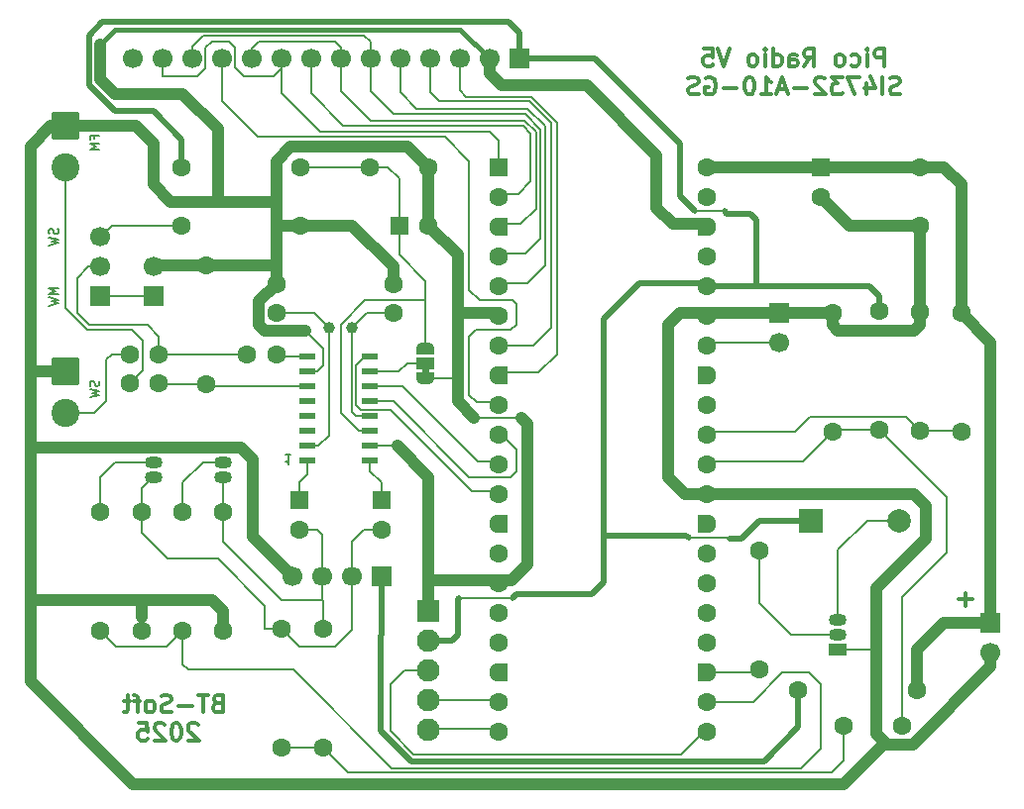
<source format=gbr>
%TF.GenerationSoftware,KiCad,Pcbnew,9.0.3*%
%TF.CreationDate,2025-08-11T18:10:46+02:00*%
%TF.ProjectId,pico-radio-5,7069636f-2d72-4616-9469-6f2d352e6b69,rev?*%
%TF.SameCoordinates,Original*%
%TF.FileFunction,Copper,L2,Bot*%
%TF.FilePolarity,Positive*%
%FSLAX46Y46*%
G04 Gerber Fmt 4.6, Leading zero omitted, Abs format (unit mm)*
G04 Created by KiCad (PCBNEW 9.0.3) date 2025-08-11 18:10:46*
%MOMM*%
%LPD*%
G01*
G04 APERTURE LIST*
G04 Aperture macros list*
%AMRoundRect*
0 Rectangle with rounded corners*
0 $1 Rounding radius*
0 $2 $3 $4 $5 $6 $7 $8 $9 X,Y pos of 4 corners*
0 Add a 4 corners polygon primitive as box body*
4,1,4,$2,$3,$4,$5,$6,$7,$8,$9,$2,$3,0*
0 Add four circle primitives for the rounded corners*
1,1,$1+$1,$2,$3*
1,1,$1+$1,$4,$5*
1,1,$1+$1,$6,$7*
1,1,$1+$1,$8,$9*
0 Add four rect primitives between the rounded corners*
20,1,$1+$1,$2,$3,$4,$5,0*
20,1,$1+$1,$4,$5,$6,$7,0*
20,1,$1+$1,$6,$7,$8,$9,0*
20,1,$1+$1,$8,$9,$2,$3,0*%
%AMFreePoly0*
4,1,37,0.603843,0.796157,0.639018,0.796157,0.711114,0.766294,0.766294,0.711114,0.796157,0.639018,0.796157,0.603843,0.800000,0.600000,0.800000,-0.600000,0.796157,-0.603843,0.796157,-0.639018,0.766294,-0.711114,0.711114,-0.766294,0.639018,-0.796157,0.603843,-0.796157,0.600000,-0.800000,0.000000,-0.800000,0.000000,-0.796148,-0.078414,-0.796148,-0.232228,-0.765552,-0.377117,-0.705537,
-0.507515,-0.618408,-0.618408,-0.507515,-0.705537,-0.377117,-0.765552,-0.232228,-0.796148,-0.078414,-0.796148,0.078414,-0.765552,0.232228,-0.705537,0.377117,-0.618408,0.507515,-0.507515,0.618408,-0.377117,0.705537,-0.232228,0.765552,-0.078414,0.796148,0.000000,0.796148,0.000000,0.800000,0.600000,0.800000,0.603843,0.796157,0.603843,0.796157,$1*%
%AMFreePoly1*
4,1,37,0.000000,0.796148,0.078414,0.796148,0.232228,0.765552,0.377117,0.705537,0.507515,0.618408,0.618408,0.507515,0.705537,0.377117,0.765552,0.232228,0.796148,0.078414,0.796148,-0.078414,0.765552,-0.232228,0.705537,-0.377117,0.618408,-0.507515,0.507515,-0.618408,0.377117,-0.705537,0.232228,-0.765552,0.078414,-0.796148,0.000000,-0.796148,0.000000,-0.800000,-0.600000,-0.800000,
-0.603843,-0.796157,-0.639018,-0.796157,-0.711114,-0.766294,-0.766294,-0.711114,-0.796157,-0.639018,-0.796157,-0.603843,-0.800000,-0.600000,-0.800000,0.600000,-0.796157,0.603843,-0.796157,0.639018,-0.766294,0.711114,-0.711114,0.766294,-0.639018,0.796157,-0.603843,0.796157,-0.600000,0.800000,0.000000,0.800000,0.000000,0.796148,0.000000,0.796148,$1*%
%AMFreePoly2*
4,1,23,0.550000,-0.750000,0.000000,-0.750000,0.000000,-0.745722,-0.065263,-0.745722,-0.191342,-0.711940,-0.304381,-0.646677,-0.396677,-0.554381,-0.461940,-0.441342,-0.495722,-0.315263,-0.495722,-0.250000,-0.500000,-0.250000,-0.500000,0.250000,-0.495722,0.250000,-0.495722,0.315263,-0.461940,0.441342,-0.396677,0.554381,-0.304381,0.646677,-0.191342,0.711940,-0.065263,0.745722,0.000000,0.745722,
0.000000,0.750000,0.550000,0.750000,0.550000,-0.750000,0.550000,-0.750000,$1*%
%AMFreePoly3*
4,1,23,0.000000,0.745722,0.065263,0.745722,0.191342,0.711940,0.304381,0.646677,0.396677,0.554381,0.461940,0.441342,0.495722,0.315263,0.495722,0.250000,0.500000,0.250000,0.500000,-0.250000,0.495722,-0.250000,0.495722,-0.315263,0.461940,-0.441342,0.396677,-0.554381,0.304381,-0.646677,0.191342,-0.711940,0.065263,-0.745722,0.000000,-0.745722,0.000000,-0.750000,-0.550000,-0.750000,
-0.550000,0.750000,0.000000,0.750000,0.000000,0.745722,0.000000,0.745722,$1*%
G04 Aperture macros list end*
%ADD10C,0.200000*%
%TA.AperFunction,NonConductor*%
%ADD11C,0.200000*%
%TD*%
%ADD12C,0.300000*%
%TA.AperFunction,NonConductor*%
%ADD13C,0.300000*%
%TD*%
%TA.AperFunction,EtchedComponent*%
%ADD14C,0.000000*%
%TD*%
%TA.AperFunction,ComponentPad*%
%ADD15R,1.500000X1.050000*%
%TD*%
%TA.AperFunction,ComponentPad*%
%ADD16O,1.500000X1.050000*%
%TD*%
%TA.AperFunction,ComponentPad*%
%ADD17C,1.600000*%
%TD*%
%TA.AperFunction,ComponentPad*%
%ADD18RoundRect,0.250000X-0.550000X-0.550000X0.550000X-0.550000X0.550000X0.550000X-0.550000X0.550000X0*%
%TD*%
%TA.AperFunction,ComponentPad*%
%ADD19R,1.700000X1.700000*%
%TD*%
%TA.AperFunction,ComponentPad*%
%ADD20C,1.700000*%
%TD*%
%TA.AperFunction,ComponentPad*%
%ADD21RoundRect,0.250000X-0.550000X0.550000X-0.550000X-0.550000X0.550000X-0.550000X0.550000X0.550000X0*%
%TD*%
%TA.AperFunction,ComponentPad*%
%ADD22RoundRect,0.250001X-0.949999X0.949999X-0.949999X-0.949999X0.949999X-0.949999X0.949999X0.949999X0*%
%TD*%
%TA.AperFunction,ComponentPad*%
%ADD23C,2.400000*%
%TD*%
%TA.AperFunction,ComponentPad*%
%ADD24C,1.000000*%
%TD*%
%TA.AperFunction,ComponentPad*%
%ADD25C,1.930400*%
%TD*%
%TA.AperFunction,ComponentPad*%
%ADD26R,1.930400X1.930400*%
%TD*%
%TA.AperFunction,ComponentPad*%
%ADD27RoundRect,0.200000X-0.600000X-0.600000X0.600000X-0.600000X0.600000X0.600000X-0.600000X0.600000X0*%
%TD*%
%TA.AperFunction,ComponentPad*%
%ADD28FreePoly0,0.000000*%
%TD*%
%TA.AperFunction,ComponentPad*%
%ADD29FreePoly1,0.000000*%
%TD*%
%TA.AperFunction,ComponentPad*%
%ADD30R,2.000000X2.000000*%
%TD*%
%TA.AperFunction,ComponentPad*%
%ADD31C,2.000000*%
%TD*%
%TA.AperFunction,SMDPad,CuDef*%
%ADD32R,1.397000X0.558800*%
%TD*%
%TA.AperFunction,SMDPad,CuDef*%
%ADD33FreePoly2,90.000000*%
%TD*%
%TA.AperFunction,SMDPad,CuDef*%
%ADD34R,1.500000X1.000000*%
%TD*%
%TA.AperFunction,SMDPad,CuDef*%
%ADD35FreePoly3,90.000000*%
%TD*%
%TA.AperFunction,Conductor*%
%ADD36C,0.200000*%
%TD*%
%TA.AperFunction,Conductor*%
%ADD37C,1.000000*%
%TD*%
%TA.AperFunction,Conductor*%
%ADD38C,0.500000*%
%TD*%
%TA.AperFunction,Conductor*%
%ADD39C,0.400000*%
%TD*%
G04 APERTURE END LIST*
D10*
D11*
X37853600Y-71783958D02*
X37891695Y-71898244D01*
X37891695Y-71898244D02*
X37891695Y-72088720D01*
X37891695Y-72088720D02*
X37853600Y-72164911D01*
X37853600Y-72164911D02*
X37815504Y-72203006D01*
X37815504Y-72203006D02*
X37739314Y-72241101D01*
X37739314Y-72241101D02*
X37663123Y-72241101D01*
X37663123Y-72241101D02*
X37586933Y-72203006D01*
X37586933Y-72203006D02*
X37548838Y-72164911D01*
X37548838Y-72164911D02*
X37510742Y-72088720D01*
X37510742Y-72088720D02*
X37472647Y-71936339D01*
X37472647Y-71936339D02*
X37434552Y-71860149D01*
X37434552Y-71860149D02*
X37396457Y-71822054D01*
X37396457Y-71822054D02*
X37320266Y-71783958D01*
X37320266Y-71783958D02*
X37244076Y-71783958D01*
X37244076Y-71783958D02*
X37167885Y-71822054D01*
X37167885Y-71822054D02*
X37129790Y-71860149D01*
X37129790Y-71860149D02*
X37091695Y-71936339D01*
X37091695Y-71936339D02*
X37091695Y-72126816D01*
X37091695Y-72126816D02*
X37129790Y-72241101D01*
X37091695Y-72507768D02*
X37891695Y-72698244D01*
X37891695Y-72698244D02*
X37320266Y-72850625D01*
X37320266Y-72850625D02*
X37891695Y-73003006D01*
X37891695Y-73003006D02*
X37091695Y-73193483D01*
D10*
D11*
X34353600Y-58783958D02*
X34391695Y-58898244D01*
X34391695Y-58898244D02*
X34391695Y-59088720D01*
X34391695Y-59088720D02*
X34353600Y-59164911D01*
X34353600Y-59164911D02*
X34315504Y-59203006D01*
X34315504Y-59203006D02*
X34239314Y-59241101D01*
X34239314Y-59241101D02*
X34163123Y-59241101D01*
X34163123Y-59241101D02*
X34086933Y-59203006D01*
X34086933Y-59203006D02*
X34048838Y-59164911D01*
X34048838Y-59164911D02*
X34010742Y-59088720D01*
X34010742Y-59088720D02*
X33972647Y-58936339D01*
X33972647Y-58936339D02*
X33934552Y-58860149D01*
X33934552Y-58860149D02*
X33896457Y-58822054D01*
X33896457Y-58822054D02*
X33820266Y-58783958D01*
X33820266Y-58783958D02*
X33744076Y-58783958D01*
X33744076Y-58783958D02*
X33667885Y-58822054D01*
X33667885Y-58822054D02*
X33629790Y-58860149D01*
X33629790Y-58860149D02*
X33591695Y-58936339D01*
X33591695Y-58936339D02*
X33591695Y-59126816D01*
X33591695Y-59126816D02*
X33629790Y-59241101D01*
X33591695Y-59507768D02*
X34391695Y-59698244D01*
X34391695Y-59698244D02*
X33820266Y-59850625D01*
X33820266Y-59850625D02*
X34391695Y-60003006D01*
X34391695Y-60003006D02*
X33591695Y-60193483D01*
D12*
D13*
X47964285Y-99350198D02*
X47749999Y-99421626D01*
X47749999Y-99421626D02*
X47678570Y-99493055D01*
X47678570Y-99493055D02*
X47607142Y-99635912D01*
X47607142Y-99635912D02*
X47607142Y-99850198D01*
X47607142Y-99850198D02*
X47678570Y-99993055D01*
X47678570Y-99993055D02*
X47749999Y-100064484D01*
X47749999Y-100064484D02*
X47892856Y-100135912D01*
X47892856Y-100135912D02*
X48464285Y-100135912D01*
X48464285Y-100135912D02*
X48464285Y-98635912D01*
X48464285Y-98635912D02*
X47964285Y-98635912D01*
X47964285Y-98635912D02*
X47821428Y-98707341D01*
X47821428Y-98707341D02*
X47749999Y-98778769D01*
X47749999Y-98778769D02*
X47678570Y-98921626D01*
X47678570Y-98921626D02*
X47678570Y-99064484D01*
X47678570Y-99064484D02*
X47749999Y-99207341D01*
X47749999Y-99207341D02*
X47821428Y-99278769D01*
X47821428Y-99278769D02*
X47964285Y-99350198D01*
X47964285Y-99350198D02*
X48464285Y-99350198D01*
X47178570Y-98635912D02*
X46321428Y-98635912D01*
X46749999Y-100135912D02*
X46749999Y-98635912D01*
X45821428Y-99564484D02*
X44678571Y-99564484D01*
X44035713Y-100064484D02*
X43821428Y-100135912D01*
X43821428Y-100135912D02*
X43464285Y-100135912D01*
X43464285Y-100135912D02*
X43321428Y-100064484D01*
X43321428Y-100064484D02*
X43249999Y-99993055D01*
X43249999Y-99993055D02*
X43178570Y-99850198D01*
X43178570Y-99850198D02*
X43178570Y-99707341D01*
X43178570Y-99707341D02*
X43249999Y-99564484D01*
X43249999Y-99564484D02*
X43321428Y-99493055D01*
X43321428Y-99493055D02*
X43464285Y-99421626D01*
X43464285Y-99421626D02*
X43749999Y-99350198D01*
X43749999Y-99350198D02*
X43892856Y-99278769D01*
X43892856Y-99278769D02*
X43964285Y-99207341D01*
X43964285Y-99207341D02*
X44035713Y-99064484D01*
X44035713Y-99064484D02*
X44035713Y-98921626D01*
X44035713Y-98921626D02*
X43964285Y-98778769D01*
X43964285Y-98778769D02*
X43892856Y-98707341D01*
X43892856Y-98707341D02*
X43749999Y-98635912D01*
X43749999Y-98635912D02*
X43392856Y-98635912D01*
X43392856Y-98635912D02*
X43178570Y-98707341D01*
X42321428Y-100135912D02*
X42464285Y-100064484D01*
X42464285Y-100064484D02*
X42535714Y-99993055D01*
X42535714Y-99993055D02*
X42607142Y-99850198D01*
X42607142Y-99850198D02*
X42607142Y-99421626D01*
X42607142Y-99421626D02*
X42535714Y-99278769D01*
X42535714Y-99278769D02*
X42464285Y-99207341D01*
X42464285Y-99207341D02*
X42321428Y-99135912D01*
X42321428Y-99135912D02*
X42107142Y-99135912D01*
X42107142Y-99135912D02*
X41964285Y-99207341D01*
X41964285Y-99207341D02*
X41892857Y-99278769D01*
X41892857Y-99278769D02*
X41821428Y-99421626D01*
X41821428Y-99421626D02*
X41821428Y-99850198D01*
X41821428Y-99850198D02*
X41892857Y-99993055D01*
X41892857Y-99993055D02*
X41964285Y-100064484D01*
X41964285Y-100064484D02*
X42107142Y-100135912D01*
X42107142Y-100135912D02*
X42321428Y-100135912D01*
X41392856Y-99135912D02*
X40821428Y-99135912D01*
X41178571Y-100135912D02*
X41178571Y-98850198D01*
X41178571Y-98850198D02*
X41107142Y-98707341D01*
X41107142Y-98707341D02*
X40964285Y-98635912D01*
X40964285Y-98635912D02*
X40821428Y-98635912D01*
X40535713Y-99135912D02*
X39964285Y-99135912D01*
X40321428Y-98635912D02*
X40321428Y-99921626D01*
X40321428Y-99921626D02*
X40249999Y-100064484D01*
X40249999Y-100064484D02*
X40107142Y-100135912D01*
X40107142Y-100135912D02*
X39964285Y-100135912D01*
X46321427Y-101193685D02*
X46249999Y-101122257D01*
X46249999Y-101122257D02*
X46107142Y-101050828D01*
X46107142Y-101050828D02*
X45749999Y-101050828D01*
X45749999Y-101050828D02*
X45607142Y-101122257D01*
X45607142Y-101122257D02*
X45535713Y-101193685D01*
X45535713Y-101193685D02*
X45464284Y-101336542D01*
X45464284Y-101336542D02*
X45464284Y-101479400D01*
X45464284Y-101479400D02*
X45535713Y-101693685D01*
X45535713Y-101693685D02*
X46392856Y-102550828D01*
X46392856Y-102550828D02*
X45464284Y-102550828D01*
X44535713Y-101050828D02*
X44392856Y-101050828D01*
X44392856Y-101050828D02*
X44249999Y-101122257D01*
X44249999Y-101122257D02*
X44178571Y-101193685D01*
X44178571Y-101193685D02*
X44107142Y-101336542D01*
X44107142Y-101336542D02*
X44035713Y-101622257D01*
X44035713Y-101622257D02*
X44035713Y-101979400D01*
X44035713Y-101979400D02*
X44107142Y-102265114D01*
X44107142Y-102265114D02*
X44178571Y-102407971D01*
X44178571Y-102407971D02*
X44249999Y-102479400D01*
X44249999Y-102479400D02*
X44392856Y-102550828D01*
X44392856Y-102550828D02*
X44535713Y-102550828D01*
X44535713Y-102550828D02*
X44678571Y-102479400D01*
X44678571Y-102479400D02*
X44749999Y-102407971D01*
X44749999Y-102407971D02*
X44821428Y-102265114D01*
X44821428Y-102265114D02*
X44892856Y-101979400D01*
X44892856Y-101979400D02*
X44892856Y-101622257D01*
X44892856Y-101622257D02*
X44821428Y-101336542D01*
X44821428Y-101336542D02*
X44749999Y-101193685D01*
X44749999Y-101193685D02*
X44678571Y-101122257D01*
X44678571Y-101122257D02*
X44535713Y-101050828D01*
X43464285Y-101193685D02*
X43392857Y-101122257D01*
X43392857Y-101122257D02*
X43250000Y-101050828D01*
X43250000Y-101050828D02*
X42892857Y-101050828D01*
X42892857Y-101050828D02*
X42750000Y-101122257D01*
X42750000Y-101122257D02*
X42678571Y-101193685D01*
X42678571Y-101193685D02*
X42607142Y-101336542D01*
X42607142Y-101336542D02*
X42607142Y-101479400D01*
X42607142Y-101479400D02*
X42678571Y-101693685D01*
X42678571Y-101693685D02*
X43535714Y-102550828D01*
X43535714Y-102550828D02*
X42607142Y-102550828D01*
X41250000Y-101050828D02*
X41964286Y-101050828D01*
X41964286Y-101050828D02*
X42035714Y-101765114D01*
X42035714Y-101765114D02*
X41964286Y-101693685D01*
X41964286Y-101693685D02*
X41821429Y-101622257D01*
X41821429Y-101622257D02*
X41464286Y-101622257D01*
X41464286Y-101622257D02*
X41321429Y-101693685D01*
X41321429Y-101693685D02*
X41250000Y-101765114D01*
X41250000Y-101765114D02*
X41178571Y-101907971D01*
X41178571Y-101907971D02*
X41178571Y-102265114D01*
X41178571Y-102265114D02*
X41250000Y-102407971D01*
X41250000Y-102407971D02*
X41321429Y-102479400D01*
X41321429Y-102479400D02*
X41464286Y-102550828D01*
X41464286Y-102550828D02*
X41821429Y-102550828D01*
X41821429Y-102550828D02*
X41964286Y-102479400D01*
X41964286Y-102479400D02*
X42035714Y-102407971D01*
D12*
D13*
X104964285Y-44885912D02*
X104964285Y-43385912D01*
X104964285Y-43385912D02*
X104392856Y-43385912D01*
X104392856Y-43385912D02*
X104249999Y-43457341D01*
X104249999Y-43457341D02*
X104178570Y-43528769D01*
X104178570Y-43528769D02*
X104107142Y-43671626D01*
X104107142Y-43671626D02*
X104107142Y-43885912D01*
X104107142Y-43885912D02*
X104178570Y-44028769D01*
X104178570Y-44028769D02*
X104249999Y-44100198D01*
X104249999Y-44100198D02*
X104392856Y-44171626D01*
X104392856Y-44171626D02*
X104964285Y-44171626D01*
X103464285Y-44885912D02*
X103464285Y-43885912D01*
X103464285Y-43385912D02*
X103535713Y-43457341D01*
X103535713Y-43457341D02*
X103464285Y-43528769D01*
X103464285Y-43528769D02*
X103392856Y-43457341D01*
X103392856Y-43457341D02*
X103464285Y-43385912D01*
X103464285Y-43385912D02*
X103464285Y-43528769D01*
X102107142Y-44814484D02*
X102249999Y-44885912D01*
X102249999Y-44885912D02*
X102535713Y-44885912D01*
X102535713Y-44885912D02*
X102678570Y-44814484D01*
X102678570Y-44814484D02*
X102749999Y-44743055D01*
X102749999Y-44743055D02*
X102821427Y-44600198D01*
X102821427Y-44600198D02*
X102821427Y-44171626D01*
X102821427Y-44171626D02*
X102749999Y-44028769D01*
X102749999Y-44028769D02*
X102678570Y-43957341D01*
X102678570Y-43957341D02*
X102535713Y-43885912D01*
X102535713Y-43885912D02*
X102249999Y-43885912D01*
X102249999Y-43885912D02*
X102107142Y-43957341D01*
X101249999Y-44885912D02*
X101392856Y-44814484D01*
X101392856Y-44814484D02*
X101464285Y-44743055D01*
X101464285Y-44743055D02*
X101535713Y-44600198D01*
X101535713Y-44600198D02*
X101535713Y-44171626D01*
X101535713Y-44171626D02*
X101464285Y-44028769D01*
X101464285Y-44028769D02*
X101392856Y-43957341D01*
X101392856Y-43957341D02*
X101249999Y-43885912D01*
X101249999Y-43885912D02*
X101035713Y-43885912D01*
X101035713Y-43885912D02*
X100892856Y-43957341D01*
X100892856Y-43957341D02*
X100821428Y-44028769D01*
X100821428Y-44028769D02*
X100749999Y-44171626D01*
X100749999Y-44171626D02*
X100749999Y-44600198D01*
X100749999Y-44600198D02*
X100821428Y-44743055D01*
X100821428Y-44743055D02*
X100892856Y-44814484D01*
X100892856Y-44814484D02*
X101035713Y-44885912D01*
X101035713Y-44885912D02*
X101249999Y-44885912D01*
X98107142Y-44885912D02*
X98607142Y-44171626D01*
X98964285Y-44885912D02*
X98964285Y-43385912D01*
X98964285Y-43385912D02*
X98392856Y-43385912D01*
X98392856Y-43385912D02*
X98249999Y-43457341D01*
X98249999Y-43457341D02*
X98178570Y-43528769D01*
X98178570Y-43528769D02*
X98107142Y-43671626D01*
X98107142Y-43671626D02*
X98107142Y-43885912D01*
X98107142Y-43885912D02*
X98178570Y-44028769D01*
X98178570Y-44028769D02*
X98249999Y-44100198D01*
X98249999Y-44100198D02*
X98392856Y-44171626D01*
X98392856Y-44171626D02*
X98964285Y-44171626D01*
X96821428Y-44885912D02*
X96821428Y-44100198D01*
X96821428Y-44100198D02*
X96892856Y-43957341D01*
X96892856Y-43957341D02*
X97035713Y-43885912D01*
X97035713Y-43885912D02*
X97321428Y-43885912D01*
X97321428Y-43885912D02*
X97464285Y-43957341D01*
X96821428Y-44814484D02*
X96964285Y-44885912D01*
X96964285Y-44885912D02*
X97321428Y-44885912D01*
X97321428Y-44885912D02*
X97464285Y-44814484D01*
X97464285Y-44814484D02*
X97535713Y-44671626D01*
X97535713Y-44671626D02*
X97535713Y-44528769D01*
X97535713Y-44528769D02*
X97464285Y-44385912D01*
X97464285Y-44385912D02*
X97321428Y-44314484D01*
X97321428Y-44314484D02*
X96964285Y-44314484D01*
X96964285Y-44314484D02*
X96821428Y-44243055D01*
X95464285Y-44885912D02*
X95464285Y-43385912D01*
X95464285Y-44814484D02*
X95607142Y-44885912D01*
X95607142Y-44885912D02*
X95892856Y-44885912D01*
X95892856Y-44885912D02*
X96035713Y-44814484D01*
X96035713Y-44814484D02*
X96107142Y-44743055D01*
X96107142Y-44743055D02*
X96178570Y-44600198D01*
X96178570Y-44600198D02*
X96178570Y-44171626D01*
X96178570Y-44171626D02*
X96107142Y-44028769D01*
X96107142Y-44028769D02*
X96035713Y-43957341D01*
X96035713Y-43957341D02*
X95892856Y-43885912D01*
X95892856Y-43885912D02*
X95607142Y-43885912D01*
X95607142Y-43885912D02*
X95464285Y-43957341D01*
X94749999Y-44885912D02*
X94749999Y-43885912D01*
X94749999Y-43385912D02*
X94821427Y-43457341D01*
X94821427Y-43457341D02*
X94749999Y-43528769D01*
X94749999Y-43528769D02*
X94678570Y-43457341D01*
X94678570Y-43457341D02*
X94749999Y-43385912D01*
X94749999Y-43385912D02*
X94749999Y-43528769D01*
X93821427Y-44885912D02*
X93964284Y-44814484D01*
X93964284Y-44814484D02*
X94035713Y-44743055D01*
X94035713Y-44743055D02*
X94107141Y-44600198D01*
X94107141Y-44600198D02*
X94107141Y-44171626D01*
X94107141Y-44171626D02*
X94035713Y-44028769D01*
X94035713Y-44028769D02*
X93964284Y-43957341D01*
X93964284Y-43957341D02*
X93821427Y-43885912D01*
X93821427Y-43885912D02*
X93607141Y-43885912D01*
X93607141Y-43885912D02*
X93464284Y-43957341D01*
X93464284Y-43957341D02*
X93392856Y-44028769D01*
X93392856Y-44028769D02*
X93321427Y-44171626D01*
X93321427Y-44171626D02*
X93321427Y-44600198D01*
X93321427Y-44600198D02*
X93392856Y-44743055D01*
X93392856Y-44743055D02*
X93464284Y-44814484D01*
X93464284Y-44814484D02*
X93607141Y-44885912D01*
X93607141Y-44885912D02*
X93821427Y-44885912D01*
X91749998Y-43385912D02*
X91249998Y-44885912D01*
X91249998Y-44885912D02*
X90749998Y-43385912D01*
X89535713Y-43385912D02*
X90249999Y-43385912D01*
X90249999Y-43385912D02*
X90321427Y-44100198D01*
X90321427Y-44100198D02*
X90249999Y-44028769D01*
X90249999Y-44028769D02*
X90107142Y-43957341D01*
X90107142Y-43957341D02*
X89749999Y-43957341D01*
X89749999Y-43957341D02*
X89607142Y-44028769D01*
X89607142Y-44028769D02*
X89535713Y-44100198D01*
X89535713Y-44100198D02*
X89464284Y-44243055D01*
X89464284Y-44243055D02*
X89464284Y-44600198D01*
X89464284Y-44600198D02*
X89535713Y-44743055D01*
X89535713Y-44743055D02*
X89607142Y-44814484D01*
X89607142Y-44814484D02*
X89749999Y-44885912D01*
X89749999Y-44885912D02*
X90107142Y-44885912D01*
X90107142Y-44885912D02*
X90249999Y-44814484D01*
X90249999Y-44814484D02*
X90321427Y-44743055D01*
X106285712Y-47229400D02*
X106071427Y-47300828D01*
X106071427Y-47300828D02*
X105714284Y-47300828D01*
X105714284Y-47300828D02*
X105571427Y-47229400D01*
X105571427Y-47229400D02*
X105499998Y-47157971D01*
X105499998Y-47157971D02*
X105428569Y-47015114D01*
X105428569Y-47015114D02*
X105428569Y-46872257D01*
X105428569Y-46872257D02*
X105499998Y-46729400D01*
X105499998Y-46729400D02*
X105571427Y-46657971D01*
X105571427Y-46657971D02*
X105714284Y-46586542D01*
X105714284Y-46586542D02*
X105999998Y-46515114D01*
X105999998Y-46515114D02*
X106142855Y-46443685D01*
X106142855Y-46443685D02*
X106214284Y-46372257D01*
X106214284Y-46372257D02*
X106285712Y-46229400D01*
X106285712Y-46229400D02*
X106285712Y-46086542D01*
X106285712Y-46086542D02*
X106214284Y-45943685D01*
X106214284Y-45943685D02*
X106142855Y-45872257D01*
X106142855Y-45872257D02*
X105999998Y-45800828D01*
X105999998Y-45800828D02*
X105642855Y-45800828D01*
X105642855Y-45800828D02*
X105428569Y-45872257D01*
X104785713Y-47300828D02*
X104785713Y-45800828D01*
X103428570Y-46300828D02*
X103428570Y-47300828D01*
X103785712Y-45729400D02*
X104142855Y-46800828D01*
X104142855Y-46800828D02*
X103214284Y-46800828D01*
X102785713Y-45800828D02*
X101785713Y-45800828D01*
X101785713Y-45800828D02*
X102428570Y-47300828D01*
X101357142Y-45800828D02*
X100428570Y-45800828D01*
X100428570Y-45800828D02*
X100928570Y-46372257D01*
X100928570Y-46372257D02*
X100714285Y-46372257D01*
X100714285Y-46372257D02*
X100571428Y-46443685D01*
X100571428Y-46443685D02*
X100499999Y-46515114D01*
X100499999Y-46515114D02*
X100428570Y-46657971D01*
X100428570Y-46657971D02*
X100428570Y-47015114D01*
X100428570Y-47015114D02*
X100499999Y-47157971D01*
X100499999Y-47157971D02*
X100571428Y-47229400D01*
X100571428Y-47229400D02*
X100714285Y-47300828D01*
X100714285Y-47300828D02*
X101142856Y-47300828D01*
X101142856Y-47300828D02*
X101285713Y-47229400D01*
X101285713Y-47229400D02*
X101357142Y-47157971D01*
X99857142Y-45943685D02*
X99785714Y-45872257D01*
X99785714Y-45872257D02*
X99642857Y-45800828D01*
X99642857Y-45800828D02*
X99285714Y-45800828D01*
X99285714Y-45800828D02*
X99142857Y-45872257D01*
X99142857Y-45872257D02*
X99071428Y-45943685D01*
X99071428Y-45943685D02*
X98999999Y-46086542D01*
X98999999Y-46086542D02*
X98999999Y-46229400D01*
X98999999Y-46229400D02*
X99071428Y-46443685D01*
X99071428Y-46443685D02*
X99928571Y-47300828D01*
X99928571Y-47300828D02*
X98999999Y-47300828D01*
X98357143Y-46729400D02*
X97214286Y-46729400D01*
X96571428Y-46872257D02*
X95857143Y-46872257D01*
X96714285Y-47300828D02*
X96214285Y-45800828D01*
X96214285Y-45800828D02*
X95714285Y-47300828D01*
X94428571Y-47300828D02*
X95285714Y-47300828D01*
X94857143Y-47300828D02*
X94857143Y-45800828D01*
X94857143Y-45800828D02*
X95000000Y-46015114D01*
X95000000Y-46015114D02*
X95142857Y-46157971D01*
X95142857Y-46157971D02*
X95285714Y-46229400D01*
X93500000Y-45800828D02*
X93357143Y-45800828D01*
X93357143Y-45800828D02*
X93214286Y-45872257D01*
X93214286Y-45872257D02*
X93142858Y-45943685D01*
X93142858Y-45943685D02*
X93071429Y-46086542D01*
X93071429Y-46086542D02*
X93000000Y-46372257D01*
X93000000Y-46372257D02*
X93000000Y-46729400D01*
X93000000Y-46729400D02*
X93071429Y-47015114D01*
X93071429Y-47015114D02*
X93142858Y-47157971D01*
X93142858Y-47157971D02*
X93214286Y-47229400D01*
X93214286Y-47229400D02*
X93357143Y-47300828D01*
X93357143Y-47300828D02*
X93500000Y-47300828D01*
X93500000Y-47300828D02*
X93642858Y-47229400D01*
X93642858Y-47229400D02*
X93714286Y-47157971D01*
X93714286Y-47157971D02*
X93785715Y-47015114D01*
X93785715Y-47015114D02*
X93857143Y-46729400D01*
X93857143Y-46729400D02*
X93857143Y-46372257D01*
X93857143Y-46372257D02*
X93785715Y-46086542D01*
X93785715Y-46086542D02*
X93714286Y-45943685D01*
X93714286Y-45943685D02*
X93642858Y-45872257D01*
X93642858Y-45872257D02*
X93500000Y-45800828D01*
X92357144Y-46729400D02*
X91214287Y-46729400D01*
X89714286Y-45872257D02*
X89857144Y-45800828D01*
X89857144Y-45800828D02*
X90071429Y-45800828D01*
X90071429Y-45800828D02*
X90285715Y-45872257D01*
X90285715Y-45872257D02*
X90428572Y-46015114D01*
X90428572Y-46015114D02*
X90500001Y-46157971D01*
X90500001Y-46157971D02*
X90571429Y-46443685D01*
X90571429Y-46443685D02*
X90571429Y-46657971D01*
X90571429Y-46657971D02*
X90500001Y-46943685D01*
X90500001Y-46943685D02*
X90428572Y-47086542D01*
X90428572Y-47086542D02*
X90285715Y-47229400D01*
X90285715Y-47229400D02*
X90071429Y-47300828D01*
X90071429Y-47300828D02*
X89928572Y-47300828D01*
X89928572Y-47300828D02*
X89714286Y-47229400D01*
X89714286Y-47229400D02*
X89642858Y-47157971D01*
X89642858Y-47157971D02*
X89642858Y-46657971D01*
X89642858Y-46657971D02*
X89928572Y-46657971D01*
X89071429Y-47229400D02*
X88857144Y-47300828D01*
X88857144Y-47300828D02*
X88500001Y-47300828D01*
X88500001Y-47300828D02*
X88357144Y-47229400D01*
X88357144Y-47229400D02*
X88285715Y-47157971D01*
X88285715Y-47157971D02*
X88214286Y-47015114D01*
X88214286Y-47015114D02*
X88214286Y-46872257D01*
X88214286Y-46872257D02*
X88285715Y-46729400D01*
X88285715Y-46729400D02*
X88357144Y-46657971D01*
X88357144Y-46657971D02*
X88500001Y-46586542D01*
X88500001Y-46586542D02*
X88785715Y-46515114D01*
X88785715Y-46515114D02*
X88928572Y-46443685D01*
X88928572Y-46443685D02*
X89000001Y-46372257D01*
X89000001Y-46372257D02*
X89071429Y-46229400D01*
X89071429Y-46229400D02*
X89071429Y-46086542D01*
X89071429Y-46086542D02*
X89000001Y-45943685D01*
X89000001Y-45943685D02*
X88928572Y-45872257D01*
X88928572Y-45872257D02*
X88785715Y-45800828D01*
X88785715Y-45800828D02*
X88428572Y-45800828D01*
X88428572Y-45800828D02*
X88214286Y-45872257D01*
D12*
D13*
X112445489Y-90479400D02*
X111302632Y-90479400D01*
X111874060Y-91050828D02*
X111874060Y-89907971D01*
D10*
D11*
X34391695Y-63822054D02*
X33591695Y-63822054D01*
X33591695Y-63822054D02*
X34163123Y-64088720D01*
X34163123Y-64088720D02*
X33591695Y-64355387D01*
X33591695Y-64355387D02*
X34391695Y-64355387D01*
X33591695Y-64660149D02*
X34391695Y-64850625D01*
X34391695Y-64850625D02*
X33820266Y-65003006D01*
X33820266Y-65003006D02*
X34391695Y-65155387D01*
X34391695Y-65155387D02*
X33591695Y-65345864D01*
D10*
D11*
X54241101Y-78108304D02*
X53783958Y-78108304D01*
X54012530Y-78108304D02*
X54012530Y-78908304D01*
X54012530Y-78908304D02*
X53936339Y-78794019D01*
X53936339Y-78794019D02*
X53860149Y-78717828D01*
X53860149Y-78717828D02*
X53783958Y-78679733D01*
D10*
D11*
X37472647Y-51088720D02*
X37472647Y-50822054D01*
X37891695Y-50822054D02*
X37091695Y-50822054D01*
X37091695Y-50822054D02*
X37091695Y-51203006D01*
X37891695Y-51507768D02*
X37091695Y-51507768D01*
X37091695Y-51507768D02*
X37663123Y-51774434D01*
X37663123Y-51774434D02*
X37091695Y-52041101D01*
X37091695Y-52041101D02*
X37891695Y-52041101D01*
D14*
%TA.AperFunction,EtchedComponent*%
%TO.C,JP1*%
G36*
X66050000Y-71200000D02*
G01*
X65450000Y-71200000D01*
X65450000Y-70700000D01*
X66050000Y-70700000D01*
X66050000Y-71200000D01*
G37*
%TD.AperFunction*%
%TD*%
D15*
%TO.P,Q3,1,E*%
%TO.N,GND*%
X101000000Y-94770000D03*
D16*
%TO.P,Q3,2,B*%
%TO.N,Net-(Q3-B)*%
X101000000Y-93500000D03*
%TO.P,Q3,3,C*%
%TO.N,Net-(BZ1--)*%
X101000000Y-92230000D03*
%TD*%
D17*
%TO.P,L1,1,1*%
%TO.N,Net-(JP1-B)*%
X55080000Y-53500000D03*
%TO.P,L1,2,2*%
%TO.N,+3.3V*%
X44920000Y-53500000D03*
%TD*%
%TO.P,C9,1*%
%TO.N,GND*%
X66000000Y-53500000D03*
%TO.P,C9,2*%
%TO.N,Net-(JP1-B)*%
X61000000Y-53500000D03*
%TD*%
D18*
%TO.P,C8,1*%
%TO.N,Net-(JP1-B)*%
X63500000Y-58500000D03*
D17*
%TO.P,C8,2*%
%TO.N,GND*%
X66000000Y-58500000D03*
%TD*%
D19*
%TO.P,SW1,1,1*%
%TO.N,GND*%
X96000000Y-66000000D03*
D20*
%TO.P,SW1,2,2*%
%TO.N,Net-(A1-RUN)*%
X96000000Y-68540000D03*
%TD*%
D19*
%TO.P,J2,1,Pin_1*%
%TO.N,Net-(J2-Pin_1)*%
X38000000Y-64580000D03*
D20*
%TO.P,J2,2,Pin_2*%
%TO.N,Net-(J2-Pin_2)*%
X38000000Y-62040000D03*
%TO.P,J2,3,Pin_3*%
%TO.N,Net-(J2-Pin_3)*%
X38000000Y-59500000D03*
%TD*%
D17*
%TO.P,R3,1*%
%TO.N,AUDIO_R*%
X53500000Y-93000000D03*
%TO.P,R3,2*%
%TO.N,Net-(C3-Pad1)*%
X53500000Y-103160000D03*
%TD*%
D21*
%TO.P,C7,1*%
%TO.N,+Vbus*%
X99500000Y-53544888D03*
D17*
%TO.P,C7,2*%
%TO.N,GND*%
X99500000Y-56044888D03*
%TD*%
%TO.P,L2,1,1*%
%TO.N,GND*%
X47000000Y-61920000D03*
%TO.P,L2,2,2*%
%TO.N,Net-(U1-FMI)*%
X47000000Y-72080000D03*
%TD*%
%TO.P,R4,1*%
%TO.N,AUDIO_L*%
X57000000Y-93000000D03*
%TO.P,R4,2*%
%TO.N,Net-(C3-Pad1)*%
X57000000Y-103160000D03*
%TD*%
%TO.P,JP2,1,A*%
%TO.N,Net-(J1-Pin_1)*%
X97590000Y-98250000D03*
%TO.P,JP2,2,B*%
%TO.N,+Vbus*%
X107750000Y-98250000D03*
%TD*%
%TO.P,R7,1*%
%TO.N,AUDIO_MUTE*%
X38000000Y-93160000D03*
%TO.P,R7,2*%
%TO.N,Net-(Q1-B)*%
X38000000Y-83000000D03*
%TD*%
%TO.P,C2,1*%
%TO.N,GND*%
X63000000Y-63500000D03*
%TO.P,C2,2*%
%TO.N,Net-(U1-RCLK)*%
X63000000Y-66000000D03*
%TD*%
%TO.P,R10,1*%
%TO.N,GND*%
X48500000Y-93160000D03*
%TO.P,R10,2*%
%TO.N,AUDIO_L*%
X48500000Y-83000000D03*
%TD*%
%TO.P,C6,1*%
%TO.N,+Vbus*%
X108000000Y-53500000D03*
%TO.P,C6,2*%
%TO.N,GND*%
X108000000Y-58500000D03*
%TD*%
D19*
%TO.P,U2,1,VCC*%
%TO.N,+3.3V*%
X73750000Y-44250000D03*
D20*
%TO.P,U2,2,GND*%
%TO.N,GND*%
X71210000Y-44250000D03*
%TO.P,U2,3,CS*%
%TO.N,/CS*%
X68670000Y-44250000D03*
%TO.P,U2,4,RESET*%
%TO.N,/RST*%
X66130000Y-44250000D03*
%TO.P,U2,5,DC/RS*%
%TO.N,/DC*%
X63590000Y-44250000D03*
%TO.P,U2,6,SDI/MOSI*%
%TO.N,/SDI*%
X61050000Y-44250000D03*
%TO.P,U2,7,SCK*%
%TO.N,/SCK*%
X58510000Y-44250000D03*
%TO.P,U2,8,LED*%
%TO.N,/LED*%
X55970000Y-44250000D03*
%TO.P,U2,9,SDO/MISO*%
%TO.N,/SDO*%
X53430000Y-44250000D03*
%TO.P,U2,10,T_CLK*%
%TO.N,/SCK*%
X50890000Y-44250000D03*
%TO.P,U2,11,T_CS*%
%TO.N,/T_CS*%
X48350000Y-44250000D03*
%TO.P,U2,12,T_DIN*%
%TO.N,/SDI*%
X45810000Y-44250000D03*
%TO.P,U2,13,T_DO*%
%TO.N,/SDO*%
X43270000Y-44250000D03*
%TO.P,U2,14,T_IRQ*%
%TO.N,unconnected-(U2-T_IRQ-Pad14)*%
X40730000Y-44250000D03*
%TD*%
D22*
%TO.P,J3,1,Pin_1*%
%TO.N,GND*%
X35000000Y-50000000D03*
D23*
%TO.P,J3,2,Pin_2*%
%TO.N,Net-(J3-Pin_2)*%
X35000000Y-53500000D03*
%TD*%
D17*
%TO.P,R11,1*%
%TO.N,BUZZER*%
X94250000Y-96500000D03*
%TO.P,R11,2*%
%TO.N,Net-(Q3-B)*%
X94250000Y-86340000D03*
%TD*%
%TO.P,R9,1*%
%TO.N,GND*%
X41500000Y-93160000D03*
%TO.P,R9,2*%
%TO.N,AUDIO_R*%
X41500000Y-83000000D03*
%TD*%
D15*
%TO.P,Q1,1,E*%
%TO.N,GND*%
X42500000Y-77500000D03*
D16*
%TO.P,Q1,2,B*%
%TO.N,Net-(Q1-B)*%
X42500000Y-78770000D03*
%TO.P,Q1,3,C*%
%TO.N,AUDIO_R*%
X42500000Y-80040000D03*
%TD*%
D19*
%TO.P,J1,1,Pin_1*%
%TO.N,Net-(J1-Pin_1)*%
X62000000Y-88500000D03*
D20*
%TO.P,J1,2,Pin_2*%
%TO.N,AUDIO_R*%
X59460000Y-88500000D03*
%TO.P,J1,3,Pin_3*%
%TO.N,AUDIO_L*%
X56920000Y-88500000D03*
%TO.P,J1,4,Pin_4*%
%TO.N,GND*%
X54380000Y-88500000D03*
%TD*%
D24*
%TO.P,Y1,1,1*%
%TO.N,Net-(U1-RCLK)*%
X59450000Y-67255000D03*
%TO.P,Y1,2,2*%
%TO.N,Net-(U1-GPO3{slash}DCLK)*%
X57550000Y-67255000D03*
%TD*%
D17*
%TO.P,R8,1*%
%TO.N,AUDIO_MUTE*%
X45000000Y-93160000D03*
%TO.P,R8,2*%
%TO.N,Net-(Q2-B)*%
X45000000Y-83000000D03*
%TD*%
D19*
%TO.P,J5,1,Pin_1*%
%TO.N,+Vbus*%
X114000000Y-92500000D03*
D20*
%TO.P,J5,2,Pin_2*%
%TO.N,GND*%
X114000000Y-95040000D03*
%TD*%
D17*
%TO.P,C12,1*%
%TO.N,Net-(U1-AMI)*%
X53000000Y-69500000D03*
%TO.P,C12,2*%
%TO.N,Net-(J2-Pin_2)*%
X50500000Y-69500000D03*
%TD*%
D19*
%TO.P,L4,1,1*%
%TO.N,Net-(J2-Pin_1)*%
X42500000Y-64540000D03*
D20*
%TO.P,L4,2,2*%
%TO.N,GND*%
X42500000Y-62000000D03*
%TD*%
D17*
%TO.P,R5,1*%
%TO.N,AD_FFT_AUDIO*%
X104500000Y-76000000D03*
%TO.P,R5,2*%
%TO.N,+3.3V*%
X104500000Y-65840000D03*
%TD*%
%TO.P,L3,1,1*%
%TO.N,Net-(J2-Pin_3)*%
X44920000Y-58500000D03*
%TO.P,L3,2,2*%
%TO.N,GND*%
X55080000Y-58500000D03*
%TD*%
D22*
%TO.P,J4,1,Pin_1*%
%TO.N,GND*%
X35000000Y-71000000D03*
D23*
%TO.P,J4,2,Pin_2*%
%TO.N,Net-(J4-Pin_2)*%
X35000000Y-74500000D03*
%TD*%
D15*
%TO.P,Q2,1,E*%
%TO.N,GND*%
X48500000Y-77500000D03*
D16*
%TO.P,Q2,2,B*%
%TO.N,Net-(Q2-B)*%
X48500000Y-78770000D03*
%TO.P,Q2,3,C*%
%TO.N,AUDIO_L*%
X48500000Y-80040000D03*
%TD*%
D17*
%TO.P,R6,1*%
%TO.N,GND*%
X100500000Y-66000000D03*
%TO.P,R6,2*%
%TO.N,AD_FFT_AUDIO*%
X100500000Y-76160000D03*
%TD*%
D21*
%TO.P,C5,1*%
%TO.N,Net-(U1-LOUT{slash}DFS)*%
X55000000Y-82000000D03*
D17*
%TO.P,C5,2*%
%TO.N,AUDIO_L*%
X55000000Y-84500000D03*
%TD*%
%TO.P,C1,1*%
%TO.N,Net-(U1-GPO3{slash}DCLK)*%
X53000000Y-66000000D03*
%TO.P,C1,2*%
%TO.N,GND*%
X53000000Y-63500000D03*
%TD*%
D25*
%TO.P,U3,CLK,CLK*%
%TO.N,ROT_CLK*%
X66000000Y-101620000D03*
%TO.P,U3,DT,DT*%
%TO.N,ROT_DT*%
X66000000Y-99080000D03*
D26*
%TO.P,U3,GND,GND*%
%TO.N,GND*%
X66000000Y-91460000D03*
D25*
%TO.P,U3,SW,SW*%
%TO.N,ROT_SW*%
X66000000Y-96540000D03*
%TO.P,U3,VCC,VCC*%
%TO.N,+3.3V*%
X66000000Y-94000000D03*
%TD*%
D17*
%TO.P,R1,1*%
%TO.N,+Vbus*%
X111500000Y-66000000D03*
%TO.P,R1,2*%
%TO.N,Net-(A1-GPIO27_ADC1)*%
X111500000Y-76160000D03*
%TD*%
D27*
%TO.P,A1,1,GPIO0*%
%TO.N,/SDO*%
X72000000Y-53500000D03*
D17*
%TO.P,A1,2,GPIO1*%
%TO.N,/LED*%
X72000000Y-56040000D03*
D28*
%TO.P,A1,3,GPIO2*%
%TO.N,/SCK*%
X72000000Y-58580000D03*
D17*
%TO.P,A1,4,GPIO3*%
%TO.N,/SDI*%
X72000000Y-61120000D03*
%TO.P,A1,5,GPIO4*%
%TO.N,/DC*%
X72000000Y-63660000D03*
%TO.P,A1,6,GND*%
%TO.N,GND*%
X72000000Y-66200000D03*
%TO.P,A1,7,GPIO5*%
%TO.N,/RST*%
X72000000Y-68740000D03*
D28*
%TO.P,A1,8,GPIO6*%
%TO.N,/CS*%
X72000000Y-71280000D03*
D17*
%TO.P,A1,9,GPIO7*%
%TO.N,/T_CS*%
X72000000Y-73820000D03*
%TO.P,A1,10,GPIO8*%
%TO.N,/Si_SDA*%
X72000000Y-76360000D03*
%TO.P,A1,11,GPIO9*%
%TO.N,/Si_SCL*%
X72000000Y-78900000D03*
%TO.P,A1,12,GPIO10*%
%TO.N,/Si_RST*%
X72000000Y-81440000D03*
D28*
%TO.P,A1,13,GPIO11*%
%TO.N,unconnected-(A1-GPIO11-Pad13)*%
X72000000Y-83980000D03*
D17*
%TO.P,A1,14,GPIO12*%
%TO.N,unconnected-(A1-GPIO12-Pad14)*%
X72000000Y-86520000D03*
%TO.P,A1,15,GND*%
%TO.N,GND*%
X72000000Y-89060000D03*
%TO.P,A1,16,GPIO13*%
%TO.N,unconnected-(A1-GPIO13-Pad16)*%
X72000000Y-91600000D03*
%TO.P,A1,17,GPIO14*%
%TO.N,unconnected-(A1-GPIO14-Pad17)*%
X72000000Y-94140000D03*
D28*
%TO.P,A1,18,GPIO15*%
%TO.N,unconnected-(A1-GPIO15-Pad18)*%
X72000000Y-96680000D03*
D17*
%TO.P,A1,19,GPIO16*%
%TO.N,ROT_DT*%
X72000000Y-99220000D03*
%TO.P,A1,20,GPIO17*%
%TO.N,ROT_CLK*%
X72000000Y-101760000D03*
%TO.P,A1,21,GPIO18*%
%TO.N,ROT_SW*%
X89780000Y-101760000D03*
%TO.P,A1,22,GPIO19*%
%TO.N,AUDIO_MUTE*%
X89780000Y-99220000D03*
D29*
%TO.P,A1,23,GPIO20*%
%TO.N,BUZZER*%
X89780000Y-96680000D03*
D17*
%TO.P,A1,24,GPIO21*%
%TO.N,unconnected-(A1-GPIO21-Pad24)*%
X89780000Y-94140000D03*
%TO.P,A1,25,GPIO22*%
%TO.N,unconnected-(A1-GPIO22-Pad25)*%
X89780000Y-91600000D03*
%TO.P,A1,26,GPIO23*%
%TO.N,unconnected-(A1-GPIO23-Pad26)*%
X89780000Y-89060000D03*
%TO.P,A1,27,GPIO24*%
%TO.N,unconnected-(A1-GPIO24-Pad27)*%
X89780000Y-86520000D03*
D29*
%TO.P,A1,28,GPIO25*%
%TO.N,unconnected-(A1-GPIO25-Pad28)*%
X89780000Y-83980000D03*
D17*
%TO.P,A1,29,AGND*%
%TO.N,GND*%
X89780000Y-81440000D03*
%TO.P,A1,30,GPIO26_ADC0*%
%TO.N,AD_FFT_AUDIO*%
X89780000Y-78900000D03*
%TO.P,A1,31,GPIO27_ADC1*%
%TO.N,Net-(A1-GPIO27_ADC1)*%
X89780000Y-76360000D03*
%TO.P,A1,32,GPIO28_ADC2*%
%TO.N,unconnected-(A1-GPIO28_ADC2-Pad32)*%
X89780000Y-73820000D03*
D29*
%TO.P,A1,33,GPIO29_ADC3*%
%TO.N,unconnected-(A1-GPIO29_ADC3-Pad33)*%
X89780000Y-71280000D03*
D17*
%TO.P,A1,34,RUN*%
%TO.N,Net-(A1-RUN)*%
X89780000Y-68740000D03*
%TO.P,A1,35,GND*%
%TO.N,GND*%
X89780000Y-66200000D03*
%TO.P,A1,36,3V3*%
%TO.N,+3.3V*%
X89780000Y-63660000D03*
%TO.P,A1,37,3V3_EN*%
%TO.N,unconnected-(A1-3V3_EN-Pad37)*%
X89780000Y-61120000D03*
D29*
%TO.P,A1,38,GND*%
%TO.N,GND*%
X89780000Y-58580000D03*
D17*
%TO.P,A1,39,VSYS*%
%TO.N,+Vsys*%
X89780000Y-56040000D03*
%TO.P,A1,40,VBUS*%
%TO.N,+Vbus*%
X89780000Y-53500000D03*
%TD*%
%TO.P,C11,1*%
%TO.N,Net-(J4-Pin_2)*%
X40500000Y-69500000D03*
%TO.P,C11,2*%
%TO.N,Net-(J2-Pin_2)*%
X43000000Y-69500000D03*
%TD*%
D30*
%TO.P,BZ1,1,+*%
%TO.N,+3.3V*%
X98650000Y-83750000D03*
D31*
%TO.P,BZ1,2,-*%
%TO.N,Net-(BZ1--)*%
X106250000Y-83750000D03*
%TD*%
D21*
%TO.P,C4,1*%
%TO.N,Net-(U1-ROUT{slash}DOUT)*%
X62000000Y-82000000D03*
D17*
%TO.P,C4,2*%
%TO.N,AUDIO_R*%
X62000000Y-84500000D03*
%TD*%
%TO.P,C3,1*%
%TO.N,Net-(C3-Pad1)*%
X101500000Y-101250000D03*
%TO.P,C3,2*%
%TO.N,AD_FFT_AUDIO*%
X106500000Y-101250000D03*
%TD*%
%TO.P,C10,1*%
%TO.N,Net-(U1-FMI)*%
X43000000Y-72000000D03*
%TO.P,C10,2*%
%TO.N,Net-(J3-Pin_2)*%
X40500000Y-72000000D03*
%TD*%
%TO.P,R2,1*%
%TO.N,Net-(A1-GPIO27_ADC1)*%
X108000000Y-76080000D03*
%TO.P,R2,2*%
%TO.N,GND*%
X108000000Y-65920000D03*
%TD*%
D32*
%TO.P,U1,1,LOUT/DFS*%
%TO.N,Net-(U1-LOUT{slash}DFS)*%
X55691400Y-78635000D03*
%TO.P,U1,2,GPO3/DCLK*%
%TO.N,Net-(U1-GPO3{slash}DCLK)*%
X55691400Y-77365000D03*
%TO.P,U1,3,GPO2/INTB*%
%TO.N,unconnected-(U1-GPO2{slash}INTB-Pad3)*%
X55691400Y-76095000D03*
%TO.P,U1,4,GPO1*%
%TO.N,unconnected-(U1-GPO1-Pad4)*%
X55691400Y-74825000D03*
%TO.P,U1,5,NC*%
%TO.N,unconnected-(U1-NC-Pad5)*%
X55691400Y-73555000D03*
%TO.P,U1,6,FMI*%
%TO.N,Net-(U1-FMI)*%
X55691400Y-72285000D03*
%TO.P,U1,7,RFGND*%
%TO.N,GND*%
X55691400Y-71015000D03*
%TO.P,U1,8,AMI*%
%TO.N,Net-(U1-AMI)*%
X55691400Y-69745000D03*
%TO.P,U1,9,\u002ARST*%
%TO.N,/Si_RST*%
X61000000Y-69745000D03*
%TO.P,U1,10,SENB*%
%TO.N,Net-(JP1-C)*%
X61000000Y-71015000D03*
%TO.P,U1,11,SCLK*%
%TO.N,/Si_SCL*%
X61000000Y-72285000D03*
%TO.P,U1,12,SDIO*%
%TO.N,/Si_SDA*%
X61000000Y-73555000D03*
%TO.P,U1,13,RCLK*%
%TO.N,Net-(U1-RCLK)*%
X61000000Y-74825000D03*
%TO.P,U1,14,VDD*%
%TO.N,Net-(JP1-B)*%
X61000000Y-76095000D03*
%TO.P,U1,15,GND*%
%TO.N,GND*%
X61000000Y-77365000D03*
%TO.P,U1,16,ROUT/DOUT*%
%TO.N,Net-(U1-ROUT{slash}DOUT)*%
X61000000Y-78635000D03*
%TD*%
D33*
%TO.P,JP1,1,A*%
%TO.N,GND*%
X65750000Y-71600000D03*
D34*
%TO.P,JP1,2,C*%
%TO.N,Net-(JP1-C)*%
X65750000Y-70300000D03*
D35*
%TO.P,JP1,3,B*%
%TO.N,Net-(JP1-B)*%
X65750000Y-69000000D03*
%TD*%
D36*
%TO.N,Net-(J3-Pin_2)*%
X35000000Y-65567100D02*
X35000000Y-53500000D01*
X40651000Y-67401000D02*
X36833900Y-67401000D01*
X36833900Y-67401000D02*
X35000000Y-65567100D01*
X41601000Y-68351000D02*
X40651000Y-67401000D01*
X41601000Y-70899000D02*
X41601000Y-68351000D01*
X40500000Y-72000000D02*
X41601000Y-70899000D01*
%TO.N,AUDIO_R*%
X52000000Y-91000000D02*
X52000000Y-93000000D01*
X48000000Y-87000000D02*
X52000000Y-91000000D01*
X41500000Y-84750000D02*
X43750000Y-87000000D01*
X41500000Y-83000000D02*
X41500000Y-84750000D01*
X43750000Y-87000000D02*
X48000000Y-87000000D01*
X52000000Y-93000000D02*
X53500000Y-93000000D01*
D37*
%TO.N,GND*%
X101955112Y-58500000D02*
X99500000Y-56044888D01*
X108000000Y-58500000D02*
X101955112Y-58500000D01*
X108000000Y-65920000D02*
X108000000Y-58500000D01*
%TO.N,+Vbus*%
X110000000Y-53500000D02*
X111500000Y-55000000D01*
X108000000Y-53500000D02*
X110000000Y-53500000D01*
D36*
X107955112Y-53544888D02*
X108000000Y-53500000D01*
D37*
X99500000Y-53544888D02*
X107955112Y-53544888D01*
D36*
X89824888Y-53544888D02*
X89780000Y-53500000D01*
D37*
X99500000Y-53544888D02*
X89824888Y-53544888D01*
D38*
%TO.N,+3.3V*%
X89780000Y-63660000D02*
X103660000Y-63660000D01*
X73750000Y-42000000D02*
X72849000Y-41099000D01*
X98650000Y-83750000D02*
X94250000Y-83750000D01*
X88000000Y-85000000D02*
X81000000Y-85000000D01*
X80250000Y-44250000D02*
X73750000Y-44250000D01*
X68500000Y-90500000D02*
X68500000Y-93500000D01*
X81000000Y-85000000D02*
X81000000Y-66500000D01*
X72849000Y-41099000D02*
X38151000Y-41099000D01*
X73750000Y-44250000D02*
X73750000Y-42000000D01*
D36*
X88236000Y-85236000D02*
X91736000Y-85236000D01*
D38*
X104500000Y-64500000D02*
X104500000Y-65840000D01*
X93500000Y-57500000D02*
X91500000Y-57500000D01*
X88791000Y-57291000D02*
X87500000Y-56000000D01*
X88000000Y-85000000D02*
X88236000Y-85236000D01*
X81000000Y-89000000D02*
X81000000Y-85000000D01*
X80000000Y-90000000D02*
X81000000Y-89000000D01*
X87500000Y-56000000D02*
X87500000Y-51500000D01*
X68500000Y-93500000D02*
X68000000Y-94000000D01*
X94000000Y-58000000D02*
X94000000Y-63460000D01*
X73151000Y-90349000D02*
X73500000Y-90000000D01*
X91291000Y-57291000D02*
X91500000Y-57500000D01*
X42500000Y-48750000D02*
X44920000Y-51170000D01*
X44920000Y-51170000D02*
X44920000Y-53500000D01*
X37000000Y-46500000D02*
X39250000Y-48750000D01*
X94000000Y-58000000D02*
X93500000Y-57500000D01*
X92750000Y-85250000D02*
X91750000Y-85250000D01*
X68000000Y-94000000D02*
X66000000Y-94000000D01*
X38151000Y-41099000D02*
X37000000Y-42250000D01*
X103660000Y-63660000D02*
X104500000Y-64500000D01*
D36*
X68651000Y-90349000D02*
X73151000Y-90349000D01*
D38*
X87500000Y-51500000D02*
X80250000Y-44250000D01*
X84040000Y-63460000D02*
X89780000Y-63460000D01*
D36*
X91736000Y-85236000D02*
X91750000Y-85250000D01*
D38*
X39250000Y-48750000D02*
X42500000Y-48750000D01*
X80000000Y-90000000D02*
X73500000Y-90000000D01*
X81000000Y-66500000D02*
X84040000Y-63460000D01*
X68500000Y-90500000D02*
X68651000Y-90349000D01*
X94250000Y-83750000D02*
X92750000Y-85250000D01*
D36*
X88791000Y-57291000D02*
X91291000Y-57291000D01*
D38*
X37000000Y-42250000D02*
X37000000Y-46500000D01*
D36*
%TO.N,/DC*%
X74460000Y-63460000D02*
X76000000Y-61920000D01*
X74500000Y-48500000D02*
X65000000Y-48500000D01*
X76000000Y-50000000D02*
X74500000Y-48500000D01*
X76000000Y-61920000D02*
X76000000Y-50000000D01*
X63590000Y-47090000D02*
X63590000Y-44250000D01*
X72000000Y-63460000D02*
X74460000Y-63460000D01*
X65000000Y-48500000D02*
X63590000Y-47090000D01*
D37*
%TO.N,GND*%
X89780000Y-81440000D02*
X107440000Y-81440000D01*
X73140000Y-88860000D02*
X74500000Y-87500000D01*
X48500000Y-93160000D02*
X48500000Y-91500000D01*
D36*
X41500000Y-92000000D02*
X41500000Y-93160000D01*
X101000000Y-94770000D02*
X104230000Y-94770000D01*
D37*
X32000000Y-90500000D02*
X32000000Y-97500000D01*
X101500000Y-106250000D02*
X104500000Y-103250000D01*
X40750000Y-106250000D02*
X101500000Y-106250000D01*
X71010000Y-44450000D02*
X71210000Y-44250000D01*
X72250000Y-46500000D02*
X71210000Y-45460000D01*
X72000000Y-88860000D02*
X66140000Y-88860000D01*
X32000000Y-79500000D02*
X32000000Y-86500000D01*
X114000000Y-95040000D02*
X114000000Y-96242081D01*
X86880000Y-58380000D02*
X85500000Y-57000000D01*
X108500000Y-82500000D02*
X108500000Y-85250000D01*
X72000000Y-66000000D02*
X68500000Y-66000000D01*
X66000000Y-80000000D02*
X63365000Y-77365000D01*
X66000000Y-83899000D02*
X66000000Y-80000000D01*
D36*
X65750000Y-71600000D02*
X68400000Y-71600000D01*
D37*
X51000000Y-78500000D02*
X51000000Y-85120000D01*
X51500000Y-67000000D02*
X51500000Y-65000000D01*
X53000000Y-56500000D02*
X53000000Y-53000000D01*
D36*
X55691400Y-71015000D02*
X56485000Y-71015000D01*
X63365000Y-77365000D02*
X61000000Y-77365000D01*
D37*
X42500000Y-77500000D02*
X32000000Y-77500000D01*
X55500000Y-67500000D02*
X52000000Y-67500000D01*
X107500000Y-67500000D02*
X108000000Y-67000000D01*
X32000000Y-51750000D02*
X33750000Y-50000000D01*
X33750000Y-50000000D02*
X35000000Y-50000000D01*
D36*
X104230000Y-94770000D02*
X104250000Y-94750000D01*
D37*
X53000000Y-63500000D02*
X53000000Y-58500000D01*
D36*
X57000000Y-69000000D02*
X55500000Y-67500000D01*
D37*
X63000000Y-62000000D02*
X59500000Y-58500000D01*
D36*
X68400000Y-71600000D02*
X68500000Y-71500000D01*
D37*
X100500000Y-67000000D02*
X101000000Y-67500000D01*
X63000000Y-63500000D02*
X63000000Y-62000000D01*
X41500000Y-90500000D02*
X32000000Y-90500000D01*
X74500000Y-87500000D02*
X74500000Y-75500000D01*
X72000000Y-88860000D02*
X73140000Y-88860000D01*
X52000000Y-67500000D02*
X51500000Y-67000000D01*
X47000000Y-61920000D02*
X52920000Y-61920000D01*
X47000000Y-56500000D02*
X48000000Y-56500000D01*
X45000000Y-47250000D02*
X48000000Y-50250000D01*
X47500000Y-90500000D02*
X41500000Y-90500000D01*
D36*
X69921000Y-74921000D02*
X73921000Y-74921000D01*
D37*
X85500000Y-52500000D02*
X79500000Y-46500000D01*
X96000000Y-66000000D02*
X87500000Y-66000000D01*
X32000000Y-71000000D02*
X35000000Y-71000000D01*
X68500000Y-71500000D02*
X68500000Y-73500000D01*
X104500000Y-103250000D02*
X105000000Y-102750000D01*
X107367081Y-102875000D02*
X104875000Y-102875000D01*
X48500000Y-91500000D02*
X47500000Y-90500000D01*
X68500000Y-73500000D02*
X69921000Y-74921000D01*
X85500000Y-57000000D02*
X85500000Y-52500000D01*
X32000000Y-90500000D02*
X32000000Y-86500000D01*
X68500000Y-66000000D02*
X68500000Y-71500000D01*
X47000000Y-61920000D02*
X42580000Y-61920000D01*
X35500000Y-50000000D02*
X41000000Y-50000000D01*
X100500000Y-66000000D02*
X100500000Y-67000000D01*
X87940000Y-81440000D02*
X89780000Y-81440000D01*
X54250000Y-51750000D02*
X64250000Y-51750000D01*
X42500000Y-51500000D02*
X42500000Y-55000000D01*
D39*
X39250000Y-41750000D02*
X38000000Y-43000000D01*
D37*
X104250000Y-102000000D02*
X104250000Y-94750000D01*
X32000000Y-71000000D02*
X32000000Y-51750000D01*
X48000000Y-50250000D02*
X48000000Y-56500000D01*
D36*
X53000000Y-62000000D02*
X53000000Y-63500000D01*
D37*
X73921000Y-74921000D02*
X74500000Y-75500000D01*
X38000000Y-43000000D02*
X38000000Y-46000000D01*
D36*
X57000000Y-70500000D02*
X57000000Y-69000000D01*
X42580000Y-61920000D02*
X42500000Y-62000000D01*
D37*
X101000000Y-67500000D02*
X107500000Y-67500000D01*
X64250000Y-51750000D02*
X66000000Y-53500000D01*
X66000000Y-89000000D02*
X66000000Y-91460000D01*
X108500000Y-85250000D02*
X104250000Y-89500000D01*
X108000000Y-67000000D02*
X108000000Y-65920000D01*
X107440000Y-81440000D02*
X108500000Y-82500000D01*
X41000000Y-50000000D02*
X42500000Y-51500000D01*
X48000000Y-56500000D02*
X53000000Y-56500000D01*
X86500000Y-67000000D02*
X86500000Y-80000000D01*
X32000000Y-79500000D02*
X32000000Y-77500000D01*
X50000000Y-77500000D02*
X51000000Y-78500000D01*
X114000000Y-96242081D02*
X107367081Y-102875000D01*
X48500000Y-77500000D02*
X42500000Y-77500000D01*
D36*
X66140000Y-88860000D02*
X66000000Y-89000000D01*
D37*
X86500000Y-80000000D02*
X87940000Y-81440000D01*
X55080000Y-58500000D02*
X53000000Y-58500000D01*
D39*
X68710000Y-41750000D02*
X39250000Y-41750000D01*
D37*
X53000000Y-58500000D02*
X53000000Y-56500000D01*
X39250000Y-47250000D02*
X45000000Y-47250000D01*
D36*
X56485000Y-71015000D02*
X57000000Y-70500000D01*
D37*
X68500000Y-61000000D02*
X68500000Y-66000000D01*
X32000000Y-97500000D02*
X40750000Y-106250000D01*
X51000000Y-85120000D02*
X54380000Y-88500000D01*
X104500000Y-103250000D02*
X104875000Y-102875000D01*
X38000000Y-46000000D02*
X39250000Y-47250000D01*
X66000000Y-53500000D02*
X66000000Y-58500000D01*
D39*
X71210000Y-44250000D02*
X68710000Y-41750000D01*
D36*
X52920000Y-61920000D02*
X53000000Y-62000000D01*
D37*
X89780000Y-58380000D02*
X86880000Y-58380000D01*
X59500000Y-58500000D02*
X55080000Y-58500000D01*
X105000000Y-102750000D02*
X104250000Y-102000000D01*
X79500000Y-46500000D02*
X72250000Y-46500000D01*
X53000000Y-53000000D02*
X54250000Y-51750000D01*
X51500000Y-65000000D02*
X53000000Y-63500000D01*
X87500000Y-66000000D02*
X86500000Y-67000000D01*
X71210000Y-45460000D02*
X71210000Y-44250000D01*
X66000000Y-84000000D02*
X66000000Y-89000000D01*
X44000000Y-56500000D02*
X47000000Y-56500000D01*
X66000000Y-58500000D02*
X68500000Y-61000000D01*
X41500000Y-92000000D02*
X41500000Y-90500000D01*
D36*
X108000000Y-58000000D02*
X107500000Y-58000000D01*
D37*
X96000000Y-66000000D02*
X100500000Y-66000000D01*
X48500000Y-77500000D02*
X50000000Y-77500000D01*
X42500000Y-55000000D02*
X44000000Y-56500000D01*
X104250000Y-89500000D02*
X104250000Y-94750000D01*
X32000000Y-77500000D02*
X32000000Y-71000000D01*
D36*
%TO.N,/CS*%
X77000000Y-69500000D02*
X77000000Y-49682900D01*
X75420000Y-71080000D02*
X77000000Y-69500000D01*
X68670000Y-46920000D02*
X68670000Y-44250000D01*
X77000000Y-49682900D02*
X74817100Y-47500000D01*
X72000000Y-71080000D02*
X75420000Y-71080000D01*
X74817100Y-47500000D02*
X69250000Y-47500000D01*
X69250000Y-47500000D02*
X68670000Y-46920000D01*
%TO.N,/T_CS*%
X69500000Y-68000000D02*
X70061000Y-67439000D01*
X51401000Y-50901000D02*
X48350000Y-47850000D01*
X70120000Y-73620000D02*
X69500000Y-73000000D01*
X73149000Y-64899000D02*
X70399000Y-64899000D01*
X48350000Y-47850000D02*
X48350000Y-44250000D01*
X73061000Y-67439000D02*
X73500000Y-67000000D01*
X70061000Y-67439000D02*
X73061000Y-67439000D01*
X67401000Y-50901000D02*
X51401000Y-50901000D01*
X72000000Y-73620000D02*
X70120000Y-73620000D01*
X69500000Y-73000000D02*
X69500000Y-68000000D01*
X69500000Y-53000000D02*
X67401000Y-50901000D01*
X70399000Y-64899000D02*
X69500000Y-64000000D01*
X73500000Y-65250000D02*
X73149000Y-64899000D01*
X73500000Y-67000000D02*
X73500000Y-65250000D01*
X69500000Y-64000000D02*
X69500000Y-53000000D01*
%TO.N,ROT_SW*%
X66000000Y-96540000D02*
X63960000Y-96540000D01*
X63960000Y-96540000D02*
X62750000Y-97750000D01*
X62750000Y-97750000D02*
X62750000Y-101750000D01*
X64750000Y-103750000D02*
X87590000Y-103750000D01*
X87590000Y-103750000D02*
X89780000Y-101560000D01*
X62750000Y-101750000D02*
X64750000Y-103750000D01*
%TO.N,AD_FFT_AUDIO*%
X105000000Y-76000000D02*
X104500000Y-76000000D01*
X100660000Y-76000000D02*
X100500000Y-76160000D01*
X97960000Y-78700000D02*
X100500000Y-76160000D01*
X110250000Y-86500000D02*
X106500000Y-90250000D01*
X104500000Y-76000000D02*
X110250000Y-81750000D01*
X104500000Y-76000000D02*
X100660000Y-76000000D01*
X106500000Y-90250000D02*
X106500000Y-101250000D01*
X110250000Y-81750000D02*
X110250000Y-86500000D01*
X89780000Y-78700000D02*
X97960000Y-78700000D01*
%TO.N,Net-(A1-GPIO27_ADC1)*%
X97340000Y-76160000D02*
X98601000Y-74899000D01*
X89780000Y-76160000D02*
X97340000Y-76160000D01*
X106819000Y-74899000D02*
X108000000Y-76080000D01*
X108000000Y-76080000D02*
X111420000Y-76080000D01*
X98601000Y-74899000D02*
X106819000Y-74899000D01*
X111420000Y-76080000D02*
X111500000Y-76160000D01*
%TO.N,BUZZER*%
X89800000Y-96500000D02*
X89780000Y-96480000D01*
X94070000Y-96680000D02*
X94250000Y-96500000D01*
X89780000Y-96680000D02*
X94070000Y-96680000D01*
%TO.N,/RST*%
X76500000Y-67250000D02*
X76500000Y-49750000D01*
X74990000Y-68740000D02*
X75000000Y-68750000D01*
X76500000Y-49750000D02*
X74651000Y-47901000D01*
X72000000Y-68740000D02*
X74990000Y-68740000D01*
X75000000Y-68750000D02*
X76500000Y-67250000D01*
X66901000Y-47901000D02*
X66130000Y-47130000D01*
X74651000Y-47901000D02*
X66901000Y-47901000D01*
X66130000Y-47130000D02*
X66130000Y-44250000D01*
D37*
%TO.N,+Vbus*%
X107750000Y-94750000D02*
X107750000Y-98250000D01*
X114000000Y-68500000D02*
X111500000Y-66000000D01*
X114000000Y-68500000D02*
X114000000Y-92500000D01*
X114000000Y-92500000D02*
X110000000Y-92500000D01*
X110000000Y-92500000D02*
X107750000Y-94750000D01*
X111500000Y-66000000D02*
X111500000Y-55000000D01*
D36*
%TO.N,/SDI*%
X74250000Y-49000000D02*
X75599000Y-50349000D01*
X61050000Y-47050000D02*
X63000000Y-49000000D01*
X75599000Y-59651000D02*
X74330000Y-60920000D01*
X60510000Y-42250000D02*
X46760000Y-42250000D01*
X46760000Y-42250000D02*
X45810000Y-43200000D01*
X61050000Y-42790000D02*
X60510000Y-42250000D01*
X74330000Y-60920000D02*
X72000000Y-60920000D01*
X75599000Y-50349000D02*
X75599000Y-59651000D01*
X45810000Y-43200000D02*
X45810000Y-44250000D01*
X61050000Y-44250000D02*
X61050000Y-47050000D01*
X63000000Y-49000000D02*
X74250000Y-49000000D01*
X61050000Y-44250000D02*
X61050000Y-42790000D01*
%TO.N,/SCK*%
X51510000Y-42750000D02*
X50890000Y-43370000D01*
X75198000Y-50515100D02*
X74216450Y-49533550D01*
X72000000Y-58380000D02*
X73870000Y-58380000D01*
X50890000Y-43370000D02*
X50890000Y-44250000D01*
X75198000Y-57052000D02*
X75198000Y-50515100D01*
X58510000Y-43250000D02*
X58010000Y-42750000D01*
X58010000Y-42750000D02*
X51510000Y-42750000D01*
X58510000Y-44250000D02*
X58510000Y-43250000D01*
X74216450Y-49533550D02*
X61053550Y-49533550D01*
X73870000Y-58380000D02*
X75198000Y-57052000D01*
X61053550Y-49533550D02*
X58510000Y-46990000D01*
X58510000Y-46990000D02*
X58510000Y-44250000D01*
%TO.N,AUDIO_MUTE*%
X54500000Y-96500000D02*
X62887000Y-104887000D01*
X99500000Y-97750000D02*
X98500000Y-96750000D01*
X45500000Y-96500000D02*
X54500000Y-96500000D01*
X39340000Y-94500000D02*
X43660000Y-94500000D01*
X93780000Y-99220000D02*
X89780000Y-99220000D01*
X45000000Y-93160000D02*
X45000000Y-96000000D01*
X97863000Y-104887000D02*
X99500000Y-103250000D01*
X43660000Y-94500000D02*
X45000000Y-93160000D01*
X62887000Y-104887000D02*
X97863000Y-104887000D01*
X96250000Y-96750000D02*
X93780000Y-99220000D01*
X98500000Y-96750000D02*
X96250000Y-96750000D01*
X99500000Y-103250000D02*
X99500000Y-97750000D01*
X45000000Y-96000000D02*
X45500000Y-96500000D01*
X38000000Y-93160000D02*
X39340000Y-94500000D01*
%TO.N,Net-(A1-RUN)*%
X96000000Y-68540000D02*
X89780000Y-68540000D01*
%TO.N,ROT_DT*%
X66000000Y-99080000D02*
X71940000Y-99080000D01*
X71940000Y-99080000D02*
X72000000Y-99020000D01*
%TO.N,ROT_CLK*%
X66060000Y-101560000D02*
X66000000Y-101620000D01*
X72000000Y-101560000D02*
X66060000Y-101560000D01*
%TO.N,Net-(U1-GPO3{slash}DCLK)*%
X56295000Y-66000000D02*
X57550000Y-67255000D01*
X53000000Y-66000000D02*
X56295000Y-66000000D01*
X56635000Y-77365000D02*
X55691400Y-77365000D01*
X57550000Y-76450000D02*
X56635000Y-77365000D01*
X57550000Y-67255000D02*
X57550000Y-76450000D01*
%TO.N,Net-(U1-RCLK)*%
X63000000Y-66000000D02*
X60705000Y-66000000D01*
X59450000Y-67255000D02*
X59450000Y-74450000D01*
X59825000Y-74825000D02*
X61000000Y-74825000D01*
X59450000Y-74450000D02*
X59825000Y-74825000D01*
X60705000Y-66000000D02*
X59450000Y-67255000D01*
%TO.N,Net-(C3-Pad1)*%
X101500000Y-104250000D02*
X100462000Y-105288000D01*
X59128000Y-105288000D02*
X57000000Y-103160000D01*
X101500000Y-101250000D02*
X101500000Y-104250000D01*
X100462000Y-105288000D02*
X59128000Y-105288000D01*
X53500000Y-103160000D02*
X57000000Y-103160000D01*
%TO.N,Net-(U1-ROUT{slash}DOUT)*%
X61000000Y-79500000D02*
X61000000Y-78635000D01*
X62000000Y-82000000D02*
X62000000Y-80500000D01*
X62000000Y-80500000D02*
X61000000Y-79500000D01*
%TO.N,AUDIO_R*%
X42460000Y-80040000D02*
X41500000Y-81000000D01*
X41500000Y-81000000D02*
X41500000Y-83000000D01*
X58000000Y-94500000D02*
X59460000Y-93040000D01*
X59460000Y-93040000D02*
X59460000Y-88500000D01*
X59460000Y-85540000D02*
X59460000Y-88500000D01*
X60500000Y-84500000D02*
X59460000Y-85540000D01*
X42500000Y-80040000D02*
X42460000Y-80040000D01*
X61500000Y-84500000D02*
X60500000Y-84500000D01*
X53500000Y-93000000D02*
X55000000Y-94500000D01*
X62000000Y-85000000D02*
X61500000Y-84500000D01*
X55000000Y-94500000D02*
X58000000Y-94500000D01*
%TO.N,Net-(U1-LOUT{slash}DFS)*%
X55000000Y-80500000D02*
X55000000Y-82000000D01*
X55691400Y-79808600D02*
X55691400Y-78635000D01*
X55000000Y-80500000D02*
X55691400Y-79808600D01*
%TO.N,AUDIO_L*%
X48500000Y-80040000D02*
X48500000Y-83000000D01*
X57000000Y-93000000D02*
X57000000Y-90580000D01*
X56500000Y-84500000D02*
X56920000Y-84920000D01*
X55000000Y-85000000D02*
X55500000Y-84500000D01*
X53500000Y-90500000D02*
X56000000Y-90500000D01*
X56920000Y-84920000D02*
X56920000Y-88500000D01*
X48500000Y-85500000D02*
X53500000Y-90500000D01*
X57000000Y-90580000D02*
X56920000Y-90500000D01*
X56920000Y-90500000D02*
X56920000Y-88500000D01*
X48500000Y-83000000D02*
X48500000Y-85500000D01*
X55500000Y-84500000D02*
X56500000Y-84500000D01*
X56000000Y-90500000D02*
X56920000Y-90500000D01*
%TO.N,Net-(Q1-B)*%
X42500000Y-78770000D02*
X39230000Y-78770000D01*
X38000000Y-80000000D02*
X38000000Y-83000000D01*
X39230000Y-78770000D02*
X38000000Y-80000000D01*
%TO.N,Net-(Q2-B)*%
X46730000Y-78770000D02*
X45000000Y-80500000D01*
X48500000Y-78770000D02*
X46730000Y-78770000D01*
X45000000Y-80500000D02*
X45000000Y-83000000D01*
%TO.N,/SDO*%
X53430000Y-45080000D02*
X52760000Y-45750000D01*
X46961000Y-45049000D02*
X46260000Y-45750000D01*
X46260000Y-45750000D02*
X43270000Y-45750000D01*
X56750000Y-50500000D02*
X53430000Y-47180000D01*
X52760000Y-45750000D02*
X50260000Y-45750000D01*
X43270000Y-45750000D02*
X43270000Y-44250000D01*
X53430000Y-44250000D02*
X53430000Y-45080000D01*
X71250000Y-50500000D02*
X56750000Y-50500000D01*
X49510000Y-45000000D02*
X49510000Y-43250000D01*
X72000000Y-51250000D02*
X71250000Y-50500000D01*
X50260000Y-45750000D02*
X49510000Y-45000000D01*
X49510000Y-43250000D02*
X49010000Y-42750000D01*
X47510000Y-42750000D02*
X46961000Y-43299000D01*
X53430000Y-47180000D02*
X53430000Y-44250000D01*
X46961000Y-43299000D02*
X46961000Y-45049000D01*
X72000000Y-53500000D02*
X72000000Y-51250000D01*
X49010000Y-42750000D02*
X47510000Y-42750000D01*
%TO.N,Net-(U1-FMI)*%
X47625000Y-72285000D02*
X55691400Y-72285000D01*
X47420000Y-72080000D02*
X47625000Y-72285000D01*
X47000000Y-72080000D02*
X47420000Y-72080000D01*
X43080000Y-72080000D02*
X43000000Y-72000000D01*
X47000000Y-72080000D02*
X43080000Y-72080000D01*
%TO.N,Net-(J2-Pin_2)*%
X42000000Y-67000000D02*
X37000000Y-67000000D01*
X43000000Y-69500000D02*
X43000000Y-68000000D01*
X36000000Y-66000000D02*
X36000000Y-63000000D01*
X37000000Y-67000000D02*
X36000000Y-66000000D01*
X43000000Y-68000000D02*
X42000000Y-67000000D01*
X36960000Y-62040000D02*
X38000000Y-62040000D01*
X36000000Y-63000000D02*
X36960000Y-62040000D01*
X43000000Y-69500000D02*
X50500000Y-69500000D01*
%TO.N,Net-(J4-Pin_2)*%
X38500000Y-73500000D02*
X37500000Y-74500000D01*
X38500000Y-70000000D02*
X38500000Y-73500000D01*
X39000000Y-69500000D02*
X38500000Y-70000000D01*
X37500000Y-74500000D02*
X35000000Y-74500000D01*
X40500000Y-69500000D02*
X39000000Y-69500000D01*
%TO.N,Net-(U1-AMI)*%
X53245000Y-69745000D02*
X53000000Y-69500000D01*
X55691400Y-69745000D02*
X53245000Y-69745000D01*
%TO.N,Net-(J2-Pin_1)*%
X42500000Y-64540000D02*
X38040000Y-64540000D01*
X38040000Y-64540000D02*
X38000000Y-64580000D01*
%TO.N,Net-(J2-Pin_3)*%
X44920000Y-58500000D02*
X39000000Y-58500000D01*
X39000000Y-58500000D02*
X38000000Y-59500000D01*
%TO.N,Net-(JP1-C)*%
X64200000Y-70300000D02*
X65750000Y-70300000D01*
X64200000Y-70300000D02*
X63485000Y-71015000D01*
X63485000Y-71015000D02*
X61000000Y-71015000D01*
%TO.N,/Si_RST*%
X60244600Y-74244600D02*
X59851000Y-73851000D01*
X59851000Y-70474900D02*
X60580900Y-69745000D01*
X72000000Y-81240000D02*
X69740000Y-81240000D01*
X60580900Y-69745000D02*
X61000000Y-69745000D01*
X62744600Y-74244600D02*
X60244600Y-74244600D01*
X69740000Y-81240000D02*
X62744600Y-74244600D01*
X59851000Y-73851000D02*
X59851000Y-70474900D01*
%TO.N,/Si_SDA*%
X72999000Y-80001000D02*
X73500000Y-79500000D01*
X73500000Y-77660000D02*
X72000000Y-76160000D01*
X63055000Y-73555000D02*
X69501000Y-80001000D01*
X69501000Y-80001000D02*
X72999000Y-80001000D01*
X73500000Y-79500000D02*
X73500000Y-77660000D01*
X61000000Y-73555000D02*
X63055000Y-73555000D01*
%TO.N,/Si_SCL*%
X72000000Y-78700000D02*
X70200000Y-78700000D01*
X63785000Y-72285000D02*
X61000000Y-72285000D01*
X70200000Y-78700000D02*
X63785000Y-72285000D01*
%TO.N,Net-(JP1-B)*%
X58500000Y-74500000D02*
X58500000Y-67000000D01*
X63500000Y-61000000D02*
X63500000Y-58500000D01*
X55080000Y-53500000D02*
X61000000Y-53500000D01*
X62500000Y-53500000D02*
X63500000Y-54500000D01*
X61000000Y-76095000D02*
X60095000Y-76095000D01*
X65750000Y-69000000D02*
X65750000Y-64899000D01*
X65750000Y-63250000D02*
X65750000Y-64899000D01*
X61000000Y-53500000D02*
X62500000Y-53500000D01*
X63500000Y-61000000D02*
X65750000Y-63250000D01*
X58500000Y-67000000D02*
X60601000Y-64899000D01*
X60095000Y-76095000D02*
X58500000Y-74500000D01*
X60601000Y-64899000D02*
X65750000Y-64899000D01*
X63500000Y-54500000D02*
X63500000Y-58500000D01*
%TO.N,/LED*%
X72000000Y-55840000D02*
X73660000Y-55840000D01*
X55970000Y-47220000D02*
X55970000Y-44250000D01*
X74750000Y-54750000D02*
X74750000Y-50634200D01*
X73660000Y-55840000D02*
X74750000Y-54750000D01*
X58750000Y-50000000D02*
X55970000Y-47220000D01*
X74115800Y-50000000D02*
X58750000Y-50000000D01*
X74750000Y-50634200D02*
X74115800Y-50000000D01*
%TO.N,unconnected-(A1-GPIO22-Pad25)*%
X89980000Y-91600000D02*
X89780000Y-91400000D01*
X89880000Y-91300000D02*
X89780000Y-91400000D01*
D38*
%TO.N,Net-(J1-Pin_1)*%
X61949000Y-101728232D02*
X64556768Y-104336000D01*
X97590000Y-101410000D02*
X97590000Y-98250000D01*
X94664000Y-104336000D02*
X97590000Y-101410000D01*
X62000000Y-93500000D02*
X61949000Y-93551000D01*
X61949000Y-93551000D02*
X61949000Y-101728232D01*
X64556768Y-104336000D02*
X94664000Y-104336000D01*
X62000000Y-88500000D02*
X62000000Y-93500000D01*
D36*
%TO.N,Net-(BZ1--)*%
X101000000Y-92230000D02*
X101000000Y-86250000D01*
X101000000Y-86250000D02*
X103500000Y-83750000D01*
X103500000Y-83750000D02*
X106250000Y-83750000D01*
%TO.N,Net-(Q3-B)*%
X94250000Y-90750000D02*
X97000000Y-93500000D01*
X94250000Y-86340000D02*
X94250000Y-90750000D01*
X97000000Y-93500000D02*
X101000000Y-93500000D01*
%TD*%
M02*

</source>
